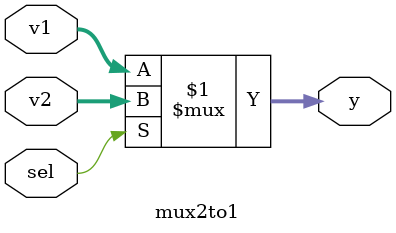
<source format=sv>
module mux2to1 #(parameter WIDTH = 8)
	(input logic [WIDTH-1:0] v1, v2,
	input logic sel,
	output logic [WIDTH-1:0] y);
	
		assign y = sel ? v2 : v1;
		
endmodule 
</source>
